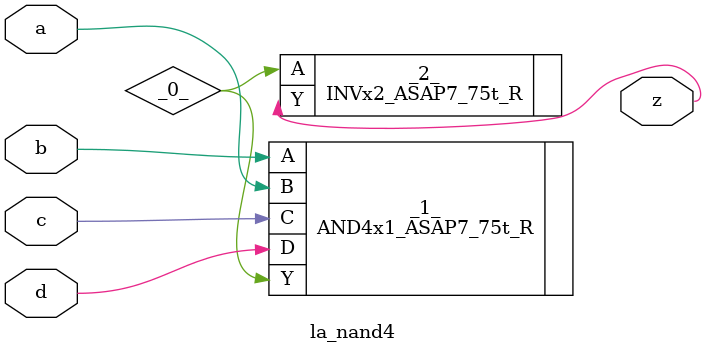
<source format=v>
/* Generated by Yosys 0.37 (git sha1 a5c7f69ed, clang 14.0.0-1ubuntu1.1 -fPIC -Os) */

module la_nand4(a, b, c, d, z);
  wire _0_;
  input a;
  wire a;
  input b;
  wire b;
  input c;
  wire c;
  input d;
  wire d;
  output z;
  wire z;
  AND4x1_ASAP7_75t_R _1_ (
    .A(b),
    .B(a),
    .C(c),
    .D(d),
    .Y(_0_)
  );
  INVx2_ASAP7_75t_R _2_ (
    .A(_0_),
    .Y(z)
  );
endmodule

</source>
